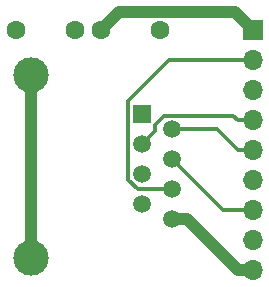
<source format=gtl>
G04 #@! TF.GenerationSoftware,KiCad,Pcbnew,7.0.1*
G04 #@! TF.CreationDate,2023-07-05T13:49:47-05:00*
G04 #@! TF.ProjectId,pn5180 cat5 connector with linear regulator,706e3531-3830-4206-9361-743520636f6e,rev?*
G04 #@! TF.SameCoordinates,Original*
G04 #@! TF.FileFunction,Copper,L1,Top*
G04 #@! TF.FilePolarity,Positive*
%FSLAX46Y46*%
G04 Gerber Fmt 4.6, Leading zero omitted, Abs format (unit mm)*
G04 Created by KiCad (PCBNEW 7.0.1) date 2023-07-05 13:49:47*
%MOMM*%
%LPD*%
G01*
G04 APERTURE LIST*
G04 #@! TA.AperFunction,ComponentPad*
%ADD10C,1.600000*%
G04 #@! TD*
G04 #@! TA.AperFunction,ComponentPad*
%ADD11R,1.500000X1.500000*%
G04 #@! TD*
G04 #@! TA.AperFunction,ComponentPad*
%ADD12C,1.500000*%
G04 #@! TD*
G04 #@! TA.AperFunction,ComponentPad*
%ADD13C,3.000000*%
G04 #@! TD*
G04 #@! TA.AperFunction,ComponentPad*
%ADD14R,1.700000X1.700000*%
G04 #@! TD*
G04 #@! TA.AperFunction,ComponentPad*
%ADD15O,1.700000X1.700000*%
G04 #@! TD*
G04 #@! TA.AperFunction,Conductor*
%ADD16C,1.000000*%
G04 #@! TD*
G04 #@! TA.AperFunction,Conductor*
%ADD17C,0.375000*%
G04 #@! TD*
G04 APERTURE END LIST*
D10*
X135255000Y-78867000D03*
X140255000Y-78867000D03*
X147454000Y-78867000D03*
X142454000Y-78867000D03*
D11*
X145923000Y-85979000D03*
D12*
X148463000Y-87249000D03*
X145923000Y-88519000D03*
X148463000Y-89789000D03*
X145923000Y-91059000D03*
X148463000Y-92329000D03*
X145923000Y-93599000D03*
X148463000Y-94869000D03*
D13*
X136523000Y-82654000D03*
X136523000Y-98194000D03*
D14*
X155346000Y-78877000D03*
D15*
X155346000Y-81417000D03*
X155346000Y-83957000D03*
X155346000Y-86497000D03*
X155346000Y-89037000D03*
X155346000Y-91577000D03*
X155346000Y-94117000D03*
X155346000Y-96657000D03*
X155346000Y-99197000D03*
D16*
X154061000Y-99197000D02*
X155346000Y-99197000D01*
X148463000Y-94869000D02*
X149733000Y-94869000D01*
X149733000Y-94869000D02*
X154061000Y-99197000D01*
X136523000Y-82654000D02*
X136523000Y-98194000D01*
X153836000Y-77367000D02*
X155346000Y-78877000D01*
X143954000Y-77367000D02*
X153836000Y-77367000D01*
X142454000Y-78867000D02*
X143954000Y-77367000D01*
D17*
X152273000Y-87249000D02*
X154061000Y-89037000D01*
X148463000Y-87249000D02*
X152273000Y-87249000D01*
X154061000Y-89037000D02*
X155346000Y-89037000D01*
X153675500Y-86111500D02*
X154061000Y-86497000D01*
X147060500Y-86873500D02*
X147822500Y-86111500D01*
X147822500Y-86111500D02*
X153675500Y-86111500D01*
X145923000Y-88519000D02*
X147060500Y-87381500D01*
X147060500Y-87381500D02*
X147060500Y-86873500D01*
X154061000Y-86497000D02*
X155346000Y-86497000D01*
X154051000Y-94107000D02*
X154061000Y-94117000D01*
X154061000Y-94117000D02*
X155346000Y-94117000D01*
X148463000Y-89789000D02*
X152781000Y-94107000D01*
X152781000Y-94107000D02*
X154051000Y-94107000D01*
X154061000Y-81417000D02*
X155346000Y-81417000D01*
X154051000Y-81407000D02*
X154061000Y-81417000D01*
X144785500Y-84841500D02*
X148220000Y-81407000D01*
X144785500Y-91530168D02*
X144785500Y-84841500D01*
X145584332Y-92329000D02*
X144785500Y-91530168D01*
X148463000Y-92329000D02*
X145584332Y-92329000D01*
X148220000Y-81407000D02*
X154051000Y-81407000D01*
M02*

</source>
